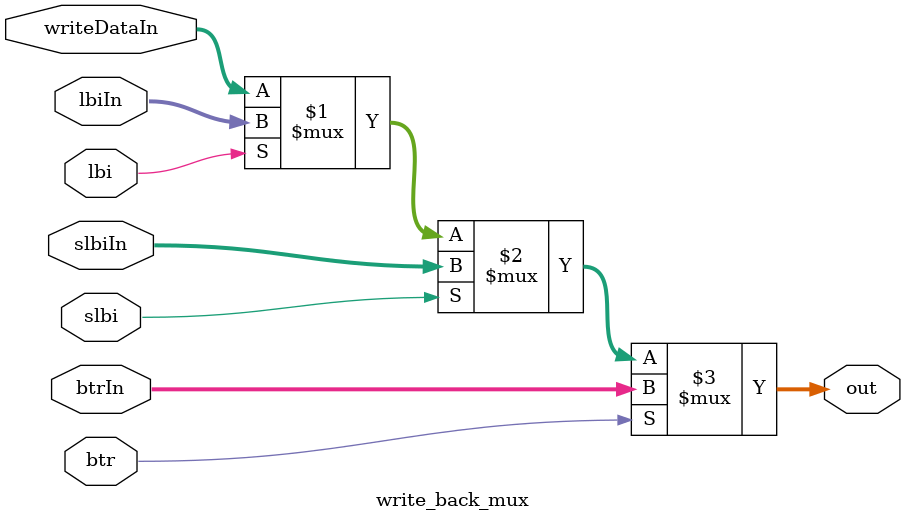
<source format=v>
module write_back_mux(writeDataIn, lbiIn, slbiIn, btrIn, lbi, slbi, btr, out);

input lbi, slbi, btr;
input [15:0] writeDataIn;
input [15:0] lbiIn;
input [15:0] slbiIn;
input [15:0] btrIn;
output [15:0] out;


assign out = btr ? btrIn : slbi ? slbiIn : lbi ? lbiIn : writeDataIn;

endmodule


</source>
